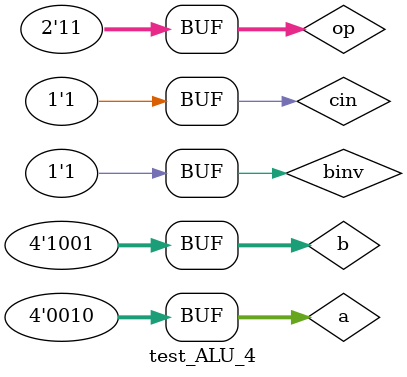
<source format=v>
module adder(a,b,cin,s,c);
input a;
input b;
input cin;
output s;
output c;
wire x,y,z;
xor x1(x,a,b);
xor x2(s,x,cin);
and a1(y,x,cin);
and a2(z,a,b);
or o1(c,y,z);
endmodule

module addsub(a,b,cin,binv,s,c);
input a;
input b;
input cin;
input binv;
output s;
output c;
wire bb;
wire cin;
assign bb=(binv==1)?~b:b;
adder add1(a,bb,cin,s,c);
endmodule

module ALU_1(a,b,cin,binv,slt,op,as,r,cout);
input a;
input b;
input cin;
input binv;
input slt;
input [1:0]op;
output as;
output r;
output cout;
wire x,y,z;
and a1(x,a,b);
or or1(y,a,b);
addsub as1(a,b,cin,binv,z,cout);
assign r=(op==0)?x:(op==1)?y:(op==2)?z:(op==3)?slt:0;
assign as=z;
endmodule

module ALU_4(a,b,cin,binv,op,r,ZF,OF,SF);
input [3:0]a;
input [3:0]b;
input cin;
input binv;
input [1:0]op;
output [3:0]r;
output ZF,OF,SF;
wire x,y,z;
wire q,s,p;
assign s=0;
assign q=0;
ALU_1 alu1_1(a[0],b[0],cin,binv,p,op,s,r[0],x);
ALU_1 alu1_2(a[1],b[1],x,binv,q,op,s,r[1],y);
ALU_1 alu1_3(a[2],b[2],y,binv,q,op,s,r[2],z);
ALU_1 alu1_4(a[3],b[3],z,binv,q,op,p,r[3],OF);
nor n1(ZF,r[0],r[1],r[2],r[3]);
assign SF=p;
endmodule

module test_ALU_4();
reg [3:0]a;
reg [3:0]b;
reg cin,binv;
reg[1:0]op;
wire [3:0]r;
wire CF,ZF,SF;
ALU_4 alu4(a,b,cin,binv,op,r,ZF,CF,SF);
initial begin
    a=3; b=4; cin=0; binv=0; op=0;
#30 a=4; b=9; cin=0; binv=0; op=0;
#30 a=3; b=6; cin=0; binv=0; op=0;
#30 a=5; b=7; cin=0; binv=0; op=0;
#30 a=3; b=6; cin=0; binv=0; op=1;
#30 a=2; b=3; cin=0; binv=0; op=1;
#30 a=6; b=5; cin=0; binv=0; op=1;
#30 a=5; b=7; cin=0; binv=0; op=1;

#30 a=3; b=6; cin=0; binv=0; op=2;
#30 a=5; b=5; cin=0; binv=0; op=2;
#30 a=7; b=6; cin=0; binv=0; op=2;
#30 a=9; b=3; cin=0; binv=0; op=2;

#30 a=10; b=5; cin=1; binv=1; op=2;
#30 a=9; b=3; cin=1; binv=1; op=2;
#30 a=8; b=4; cin=1; binv=1; op=2;
#30 a=4; b=1; cin=1; binv=1; op=2;

#30 a=10; b=5; cin=1; binv=1; op=3;
#30 a=9; b=3; cin=1; binv=1; op=3;
#30 a=3; b=10; cin=1; binv=1; op=3;
#30 a=2; b=9; cin=1; binv=1; op=3;

end
endmodule

</source>
